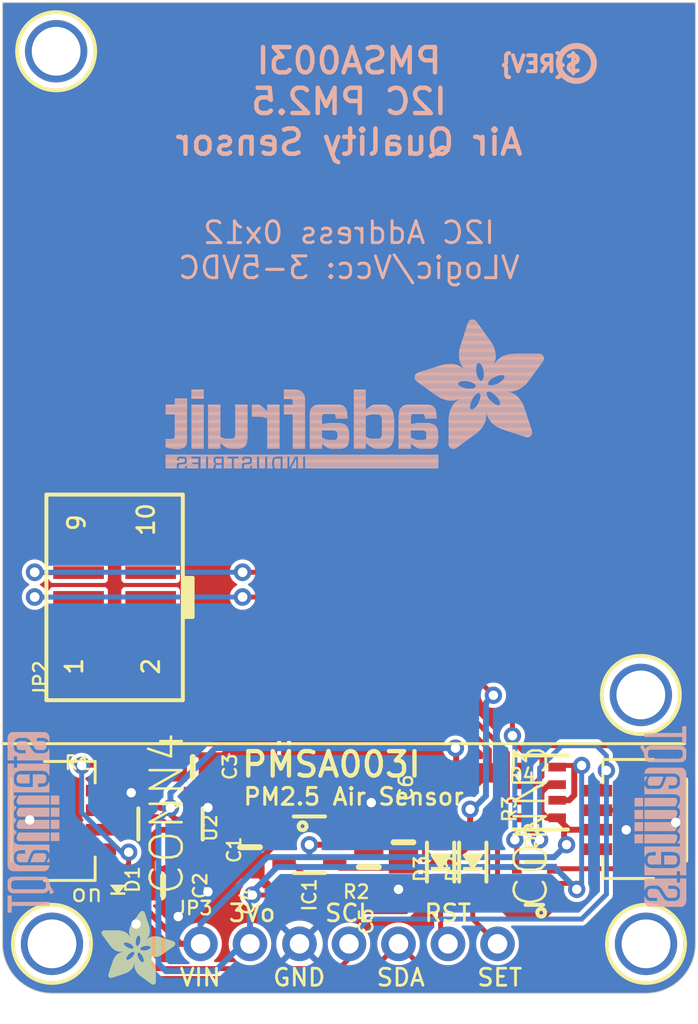
<source format=kicad_pcb>
(kicad_pcb (version 20221018) (generator pcbnew)
  (layers (0 "F.Cu" signal) (31 "B.Cu" signal) (34 "B.Paste" user) (35 "F.Paste" user) (36 "B.SilkS" user "B.Silkscreen") (37 "F.SilkS" user "F.Silkscreen") (38 "B.Mask" user) (39 "F.Mask" user) (44 "Edge.Cuts" user))
  (net 0 "")
  (net 1 "GND")
  (net 2 "SDA")
  (net 3 "SCL")
  (net 4 "SCL_3V")
  (net 5 "SDA_3V")
  (net 6 "3.3V")
  (net 7 "VCC")
  (net 8 "N$1")
  (net 9 "RESET")
  (net 10 "SET")
  (net 11 "N$2")
  (net 12 "N$3")
  (net 13 "5.0V")
  (net 14 "SET_3V")
  (net 15 "RESET_3V")
  (footprint "working:0805-NO" (layer "F.Cu") (at 151.2951 122.6566 90)
    (fp_text reference "C6")
    (fp_text value "1uF")
  )
  (footprint "working:FIDUCIAL_1MM" (layer "F.Cu") (at 163.6651 111.8476 -90)
    (fp_text reference "FID3" hide)
    (fp_text value "FIDUCIAL_1MM" hide)
  )
  (footprint "working:SOT23-6" (layer "F.Cu") (at 146.4691 122.7836 -90)
    (fp_text reference "IC1")
    (fp_text value "AP3602/RT9361")
  )
  (footprint "working:JST_SH4" (layer "F.Cu") (at 163.7411 121.5136 90)
    (fp_text reference "CONN3")
    (fp_text value "STEMMA_I2C_QT" hide)
  )
  (footprint "working:JST_SH4" (layer "F.Cu") (at 133.2611 121.5136 -90)
    (fp_text reference "CONN4")
    (fp_text value "STEMMA_I2C_QT" hide)
  )
  (footprint "working:RESPACK_4X0603" (layer "F.Cu") (at 158.3311 120.1026 90)
    (fp_text reference "R3")
    (fp_text value "10K")
  )
  (footprint "working:0805_10MGAP" (layer "F.Cu") (at 149.5171 123.9266 -90)
    (fp_text reference "C5")
    (fp_text value "10uF")
  )
  (footprint "working:0603-NO" (layer "F.Cu") (at 154.8511 119.1006)
    (fp_text reference "R4")
    (fp_text value "100K")
  )
  (footprint "working:0805-NO" (layer "F.Cu") (at 138.9621 124.8916)
    (fp_text reference "C2")
    (fp_text value "10uF")
  )
  (footprint "working:SOT23-5" (layer "F.Cu") (at 139.3431 121.7166)
    (fp_text reference "U2")
    (fp_text value "AP2112K-3.3")
  )
  (footprint "working:1X07_ROUND_70" (layer "F.Cu") (at 148.5011 127.8636)
    (fp_text reference "JP3")
    (fp_text value "")
  )
  (footprint "working:SOT363" (layer "F.Cu") (at 158.0121 124.7646 90)
    (fp_text reference "Q2")
    (fp_text value "BSS138")
  )
  (footprint "working:MOUNTINGHOLE_2.5_PLATED" (layer "F.Cu") (at 133.4751 82.1036 -90)
    (fp_text reference "U$1" hide)
    (fp_text value "MOUNTINGHOLE2.5" hide)
  )
  (footprint "working:ADAFRUIT_3.5MM" (layer "F.Cu") (at 135.7871 129.9716)
    (fp_text reference "U$22" hide)
    (fp_text value "" hide)
  )
  (footprint "working:CHIPLED_0603_NOOUTLINE" (layer "F.Cu") (at 136.6391 125.0836 180)
    (fp_text reference "D1")
    (fp_text value "GREEN")
  )
  (footprint "working:0603-NO" (layer "F.Cu") (at 137.1221 118.7056 180)
    (fp_text reference "R1")
    (fp_text value "10K")
  )
  (footprint "working:FIDUCIAL_1MM" (layer "F.Cu") (at 132.9311 86.5746 -90)
    (fp_text reference "FID4" hide)
    (fp_text value "FIDUCIAL_1MM" hide)
  )
  (footprint "working:MOUNTINGHOLE_2.5_PLATED" (layer "F.Cu") (at 163.7411 127.8636 -90)
    (fp_text reference "U$21" hide)
    (fp_text value "MOUNTINGHOLE2.5" hide)
  )
  (footprint "working:SOD-323" (layer "F.Cu") (at 153.2001 123.6726 90)
    (fp_text reference "D3")
    (fp_text value "1N4148")
  )
  (footprint "working:MOUNTINGHOLE_2.5_PLATED" (layer "F.Cu") (at 163.4751 115.1036 -90)
    (fp_text reference "U$17" hide)
    (fp_text value "MOUNTINGHOLE2.5" hide)
  )
  (footprint "working:2X05_1.27MM_SMT" (layer "F.Cu") (at 136.4751 110.1036 90)
    (fp_text reference "JP2")
    (fp_text value "")
  )
  (footprint "working:0603-NO" (layer "F.Cu") (at 141.7191 123.0516 -90)
    (fp_text reference "C1")
    (fp_text value "0.1uF")
  )
  (footprint "working:MOUNTINGHOLE_2.5_PLATED" (layer "F.Cu") (at 133.2611 127.8636 -90)
    (fp_text reference "U$19" hide)
    (fp_text value "MOUNTINGHOLE2.5" hide)
  )
  (footprint "working:0805-NO" (layer "F.Cu") (at 140.4861 118.7956)
    (fp_text reference "C3")
    (fp_text value "10uF")
  )
  (footprint "working:SOD-323" (layer "F.Cu") (at 154.8511 123.6726 90)
    (fp_text reference "D2")
    (fp_text value "1N4148")
  )
  (footprint "working:0805-NO" (layer "F.Cu") (at 143.4211 122.9106 -90)
    (fp_text reference "C4")
    (fp_text value "10uF")
  )
  (footprint "working:0603-NO" (layer "F.Cu") (at 146.0881 125.0696)
    (fp_text reference "R2")
    (fp_text value "100K")
  )
  (footprint "working:STEMMAQT" (layer "B.Cu") (at 133.6281 117.0176 -90)
    (fp_text reference "U$31" hide)
    (fp_text value "" hide)
  )
  (footprint "working:PCBFEAT-REV-040" (layer "B.Cu") (at 160.1711 82.7276 180)
    (fp_text reference "U$25" hide)
    (fp_text value "" hide)
  )
  (footprint "working:STEMMAQT" (layer "B.Cu") (at 163.1631 125.9556 90)
    (fp_text reference "U$30" hide)
    (fp_text value "" hide)
  )
  (footprint "working:ADAFRUIT_TEXT_20MM" (layer "B.Cu") (at 158.6611 103.4796 180)
    (fp_text reference "U$28" hide)
    (fp_text value "" hide)
  )
  (gr_line (start 165.7211 117.6036) (end 130.7211 117.6036) (stroke (width 0.1524)) (layer "F.SilkS"))
  (gr_line (start 130.7211 79.6036) (end 130.7211 127.8636) (stroke (width 0.05)) (layer "Edge.Cuts"))
  (gr_line (start 133.2611 130.4036) (end 163.7411 130.4036) (stroke (width 0.05)) (layer "Edge.Cuts"))
  (gr_arc (start 133.2611 130.4036) (mid 131.465049 129.659651) (end 130.7211 127.8636) (stroke (width 0.05)) (layer "Edge.Cuts"))
  (gr_line (start 166.2811 79.6036) (end 130.7211 79.6036) (stroke (width 0.05)) (layer "Edge.Cuts"))
  (gr_line (start 166.2811 127.8636) (end 166.2811 79.6036) (stroke (width 0.05)) (layer "Edge.Cuts"))
  (gr_arc (start 166.2811 127.8636) (mid 165.537151 129.659651) (end 163.7411 130.4036) (stroke (width 0.05)) (layer "Edge.Cuts"))
  (gr_text "I2C Address 0x12\nVLogic/Vcc: 3-5VDC" (at 148.5011 92.3036) (layer "B.SilkS") (effects (font (size 1.1176 1.1176) (thickness 0.1524)) (justify mirror)))
  (gr_text "PMSA003I\nI2C PM2.5\nAir Quality Sensor" (at 148.5011 84.6836) (layer "B.SilkS") (effects (font (size 1.2954 1.2954) (thickness 0.2286)) (justify mirror)))
  (gr_text "on" (at 135.9421 124.7396) (layer "F.SilkS") (effects (font (size 0.89408 0.89408) (thickness 0.12192)) (justify right top)))
  (gr_text "PM2.5 Air Sensor" (at 148.7411 120.3196) (layer "F.SilkS") (effects (font (size 0.8636 0.8636) (thickness 0.1524))))
  (gr_text "SDA" (at 151.1541 129.5906) (layer "F.SilkS") (effects (font (size 0.87376 0.87376) (thickness 0.14224))))
  (gr_text "10" (at 138.5951 107.0356 90) (layer "F.SilkS") (effects (font (size 0.87376 0.87376) (thickness 0.14224)) (justify left bottom)))
  (gr_text "2" (at 138.8491 114.1476 90) (layer "F.SilkS") (effects (font (size 0.87376 0.87376) (thickness 0.14224)) (justify left bottom)))
  (gr_text "SCL" (at 148.4871 126.2886) (layer "F.SilkS") (effects (font (size 0.87376 0.87376) (thickness 0.14224))))
  (gr_text "SET" (at 156.2341 129.5906) (layer "F.SilkS") (effects (font (size 0.87376 0.87376) (thickness 0.14224))))
  (gr_text "3Vo" (at 143.5341 126.2886) (layer "F.SilkS") (effects (font (size 0.87376 0.87376) (thickness 0.14224))))
  (gr_text "VIN" (at 140.8671 129.5906) (layer "F.SilkS") (effects (font (size 0.87376 0.87376) (thickness 0.14224))))
  (gr_text "9" (at 135.0391 106.7816 90) (layer "F.SilkS") (effects (font (size 0.87376 0.87376) (thickness 0.14224)) (justify left bottom)))
  (gr_text "PMSA003I" (at 147.5981 118.6686) (layer "F.SilkS") (effects (font (size 1.25222 1.25222) (thickness 0.22098))))
  (gr_text "1" (at 134.9121 114.1476 90) (layer "F.SilkS") (effects (font (size 0.87376 0.87376) (thickness 0.14224)) (justify left bottom)))
  (gr_text "GND" (at 145.9471 129.5906) (layer "F.SilkS") (effects (font (size 0.87376 0.87376) (thickness 0.14224))))
  (gr_text "RST" (at 153.5671 126.2886) (layer "F.SilkS") (effects (font (size 0.87376 0.87376) (thickness 0.14224))))
  (segment (start 143.6141 123.8606) (end 143.4211 123.8606) (width 0.3048) (layer "F.Cu") (net 1))
  (segment (start 145.1691 122.7836) (end 144.6911 122.7836) (width 0.3048) (layer "F.Cu") (net 1))
  (segment (start 136.6391 125.8336) (end 137.5791 126.7736) (width 0.3048) (layer "F.Cu") (net 1))
  (segment (start 139.3431 124.3226) (end 139.9121 124.8916) (width 0.3048) (layer "F.Cu") (net 1))
  (segment (start 144.6911 122.7836) (end 143.6141 123.8606) (width 0.3048) (layer "F.Cu") (net 1))
  (segment (start 139.3431 123.0167) (end 139.3431 124.3226) (width 0.3048) (layer "F.Cu") (net 1))
  (segment (start 137.5791 126.7736) (end 137.5791 126.8476) (width 0.3048) (layer "F.Cu") (net 1))
  (via (at 162.7251 122.0216) (size 0.889) (drill 0.4826) (layers "F.Cu" "B.Cu") (net 1))
  (via (at 141.2621 125.1966) (size 0.889) (drill 0.4826) (layers "F.Cu" "B.Cu") (net 1))
  (via (at 137.5791 126.8476) (size 0.889) (drill 0.4826) (layers "F.Cu" "B.Cu") (net 1))
  (via (at 132.1181 121.5136) (size 0.889) (drill 0.4826) (layers "F.Cu" "B.Cu") (net 1))
  (via (at 165.2651 121.6406) (size 0.889) (drill 0.4826) (layers "F.Cu" "B.Cu") (net 1))
  (via (at 151.0411 125.0696) (size 0.889) (drill 0.4826) (layers "F.Cu" "B.Cu") (net 1))
  (via (at 137.3251 120.1166) (size 0.889) (drill 0.4826) (layers "F.Cu" "B.Cu") (net 1))
  (via (at 149.6441 120.6246) (size 0.889) (drill 0.4826) (layers "F.Cu" "B.Cu") (net 1))
  (via (at 141.2621 120.8786) (size 0.889) (drill 0.4826) (layers "F.Cu" "B.Cu") (net 1))
  (via (at 139.7381 126.4666) (size 0.889) (drill 0.4826) (layers "F.Cu" "B.Cu") (net 1))
  (segment (start 157.4811 119.7026) (end 157.977075 119.7026) (width 0.254) (layer "F.Cu") (net 2))
  (segment (start 158.4009 117.7098) (end 158.4071 117.7036) (width 0.254) (layer "F.Cu") (net 2))
  (segment (start 162.2171 117.7036) (end 163.7411 119.2276) (width 0.254) (layer "F.Cu") (net 2))
  (segment (start 158.4009 119.278775) (end 158.4009 117.7098) (width 0.254) (layer "F.Cu") (net 2))
  (segment (start 138.3411 129.6416) (end 149.2631 129.6416) (width 0.254) (layer "F.Cu") (net 2))
  (segment (start 162.2561 125.5386) (end 162.2561 124.0146) (width 0.254) (layer "F.Cu") (net 2))
  (segment (start 158.4009 119.278775) (end 157.977075 119.7026) (width 0.254) (layer "F.Cu") (net 2))
  (segment (start 151.0411 127.8636) (end 152.3111 129.1336) (width 0.254) (layer "F.Cu") (net 2))
  (segment (start 149.2631 129.6416) (end 151.0411 127.8636) (width 0.254) (layer "F.Cu") (net 2))
  (segment (start 152.3111 129.1336) (end 158.6611 129.1336) (width 0.254) (layer "F.Cu") (net 2))
  (segment (start 134.5311 122.2756) (end 134.5311 125.8316) (width 0.254) (layer "F.Cu") (net 2))
  (segment (start 163.7411 119.2276) (end 163.7411 121.0136) (width 0.254) (layer "F.Cu") (net 2))
  (segment (start 158.6611 129.1336) (end 162.2561 125.5386) (width 0.254) (layer "F.Cu") (net 2))
  (segment (start 163.7411 122.5296) (end 162.2561 124.0146) (width 0.254) (layer "F.Cu") (net 2))
  (segment (start 158.4071 117.7036) (end 162.2171 117.7036) (width 0.254) (layer "F.Cu") (net 2))
  (segment (start 134.7931 122.0136) (end 134.5311 122.2756) (width 0.254) (layer "F.Cu") (net 2))
  (segment (start 162.2561 124.0146) (end 158.9121 124.0146) (width 0.254) (layer "F.Cu") (net 2))
  (segment (start 163.7411 121.0136) (end 163.7411 122.5296) (width 0.254) (layer "F.Cu") (net 2))
  (segment (start 134.5311 125.8316) (end 138.3411 129.6416) (width 0.254) (layer "F.Cu") (net 2))
  (segment (start 135.7751 122.0136) (end 134.7931 122.0136) (width 0.254) (layer "F.Cu") (net 2))
  (segment (start 161.2271 121.0136) (end 163.7411 121.0136) (width 0.254) (layer "F.Cu") (net 2))
  (segment (start 157.1121 125.5146) (end 156.6931 125.5146) (width 0.254) (layer "F.Cu") (net 3))
  (segment (start 156.1211 121.8946) (end 156.6131 121.4026) (width 0.254) (layer "F.Cu") (net 3))
  (segment (start 157.4811 121.7306) (end 157.4811 121.4026) (width 0.254) (layer "F.Cu") (net 3))
  (segment (start 156.6931 125.5146) (end 156.1211 124.9426) (width 0.254) (layer "F.Cu") (net 3))
  (segment (start 135.7751 123.0136) (end 135.7751 126.3136) (width 0.254) (layer "F.Cu") (net 3))
  (segment (start 135.7751 126.3136) (end 138.5951 129.1336) (width 0.254) (layer "F.Cu") (net 3))
  (segment (start 161.2271 120.0136) (end 161.7091 119.5316) (width 0.254) (layer "F.Cu") (net 3))
  (segment (start 156.6131 121.4026) (end 157.4811 121.4026) (width 0.254) (layer "F.Cu") (net 3))
  (segment (start 156.1211 124.9426) (end 156.1211 121.8946) (width 0.254) (layer "F.Cu") (net 3))
  (segment (start 138.5951 129.1336) (end 147.9931 129.1336) (width 0.254) (layer "F.Cu") (net 3))
  (segment (start 147.9931 129.1336) (end 148.5011 128.6256) (width 0.254) (layer "F.Cu") (net 3))
  (segment (start 158.2801 122.5296) (end 157.4811 121.7306) (width 0.254) (layer "F.Cu") (net 3))
  (segment (start 161.7091 119.5316) (end 161.7091 118.9736) (width 0.254) (layer "F.Cu") (net 3))
  (segment (start 148.5011 128.6256) (end 148.5011 127.8636) (width 0.254) (layer "F.Cu") (net 3))
  (via (at 161.7091 118.9736) (size 0.889) (drill 0.4826) (layers "F.Cu" "B.Cu") (net 3))
  (via (at 158.2801 122.5296) (size 0.889) (drill 0.4826) (layers "F.Cu" "B.Cu") (net 3))
  (segment (start 148.5011 127.6096) (end 149.5171 126.5936) (width 0.254) (layer "B.Cu") (net 3))
  (segment (start 148.5011 127.8636) (end 148.5011 127.6096) (width 0.254) (layer "B.Cu") (net 3))
  (segment (start 149.5171 126.5936) (end 160.4391 126.5936) (width 0.254) (layer "B.Cu") (net 3))
  (segment (start 161.2011 117.7036) (end 159.4231 117.7036) (width 0.254) (layer "B.Cu") (net 3))
  (segment (start 161.7091 118.9736) (end 161.7091 118.2116) (width 0.254) (layer "B.Cu") (net 3))
  (segment (start 161.7091 125.3236) (end 161.7091 118.9736) (width 0.254) (layer "B.Cu") (net 3))
  (segment (start 159.4231 117.7036) (end 158.2801 118.8466) (width 0.254) (layer "B.Cu") (net 3))
  (segment (start 158.2801 118.8466) (end 158.2801 122.5296) (width 0.254) (layer "B.Cu") (net 3))
  (segment (start 161.7091 118.2116) (end 161.2011 117.7036) (width 0.254) (layer "B.Cu") (net 3))
  (segment (start 160.4391 126.5936) (end 161.7091 125.3236) (width 0.254) (layer "B.Cu") (net 3))
  (segment (start 156.3801 120.5026) (end 156.6291 120.5026) (width 0.254) (layer "F.Cu") (net 4))
  (segment (start 158.6611 126.3396) (end 156.6291 126.3396) (width 0.254) (layer "F.Cu") (net 4))
  (segment (start 156.6291 118.0846) (end 156.6291 120.5026) (width 0.254) (layer "F.Cu") (net 4))
  (segment (start 156.6291 120.5026) (end 157.4811 120.5026) (width 0.254) (layer "F.Cu") (net 4))
  (segment (start 155.6181 121.2646) (end 156.3801 120.5026) (width 0.254) (layer "F.Cu") (net 4))
  (segment (start 158.9121 126.0886) (end 158.6611 126.3396) (width 0.254) (layer "F.Cu") (net 4))
  (segment (start 143.0401 108.8136) (end 147.3581 108.8136) (width 0.254) (layer "F.Cu") (net 4))
  (segment (start 155.6181 125.3286) (end 155.6181 121.2646) (width 0.254) (layer "F.Cu") (net 4))
  (segment (start 158.9121 125.5146) (end 158.9121 126.0886) (width 0.254) (layer "F.Cu") (net 4))
  (segment (start 134.6251 108.8336) (end 132.3921 108.8336) (width 0.254) (layer "F.Cu") (net 4))
  (segment (start 156.6291 126.3396) (end 155.6181 125.3286) (width 0.254) (layer "F.Cu") (net 4))
  (segment (start 147.3581 108.8136) (end 156.6291 118.0846) (width 0.254) (layer "F.Cu") (net 4))
  (segment (start 132.3921 108.8336) (end 132.3721 108.8136) (width 0.254) (layer "F.Cu") (net 4))
  (via (at 143.0401 108.8136) (size 0.9064) (drill 0.5) (layers "F.Cu" "B.Cu") (net 4))
  (via (at 132.3721 108.8136) (size 0.9064) (drill 0.5) (layers "F.Cu" "B.Cu") (net 4))
  (segment (start 132.3721 108.8136) (end 143.0401 108.8136) (width 0.254) (layer "B.Cu") (net 4))
  (segment (start 156.8866 117.1921) (end 156.8866 117.4461) (width 0.254) (layer "F.Cu") (net 5))
  (segment (start 150.0251 106.6546) (end 135.5341 106.6546) (width 0.254) (layer "F.Cu") (net 5))
  (segment (start 135.5341 106.6546) (end 134.6251 107.5636) (width 0.254) (layer "F.Cu") (net 5))
  (segment (start 157.4811 118.8026) (end 157.4811 118.0406) (width 0.254) (layer "F.Cu") (net 5))
  (segment (start 157.1121 122.6316) (end 157.0101 122.5296) (width 0.254) (layer "F.Cu") (net 5))
  (segment (start 156.8866 113.5161) (end 150.0251 106.6546) (width 0.254) (layer "F.Cu") (net 5))
  (segment (start 156.8866 117.1921) (end 156.8866 113.5161) (width 0.254) (layer "F.Cu") (net 5))
  (segment (start 157.1121 124.0146) (end 157.1121 122.6316) (width 0.254) (layer "F.Cu") (net 5))
  (segment (start 157.4811 118.0406) (end 156.8866 117.4461) (width 0.254) (layer "F.Cu") (net 5))
  (via (at 156.8866 117.1921) (size 0.889) (drill 0.4826) (layers "F.Cu" "B.Cu") (net 5))
  (via (at 157.0101 122.5296) (size 0.889) (drill 0.4826) (layers "F.Cu" "B.Cu") (net 5))
  (segment (start 157.0101 117.3156) (end 157.0101 122.5296) (width 0.254) (layer "B.Cu") (net 5))
  (segment (start 156.8866 117.1921) (end 157.0101 117.3156) (width 0.254) (layer "B.Cu") (net 5))
  (segment (start 154.0011 119.1006) (end 154.0011 117.8696) (width 0.3048) (layer "F.Cu") (net 6))
  (segment (start 138.3931 120.4165) (end 138.3931 120.457088) (width 0.3048) (layer "F.Cu") (net 6))
  (segment (start 159.8801 124.7646) (end 158.9121 124.7646) (width 0.254) (layer "F.Cu") (net 6))
  (segment (start 158.9121 124.7646) (end 157.1121 124.7646) (width 0.254) (layer "F.Cu") (net 6))
  (segment (start 141.7191 122.0216) (end 141.7191 122.2016) (width 0.3048) (layer "F.Cu") (net 6))
  (segment (start 139.339856 120.895844) (end 138.831856 120.895844) (width 0.3048) (layer "F.Cu") (net 6))
  (segment (start 159.1811 118.8346) (end 159.2961 118.7196) (width 0.254) (layer "F.Cu") (net 6))
  (segment (start 139.5361 119.1006) (end 139.5361 118.7956) (width 0.3048) (layer "F.Cu") (net 6))
  (segment (start 138.3931 120.2436) (end 139.5361 119.1006) (width 0.3048) (layer "F.Cu") (net 6))
  (segment (start 160.1851 125.0696) (end 159.8801 124.7646) (width 0.254) (layer "F.Cu") (net 6))
  (segment (start 154.0011 117.8696) (end 153.9621 117.8306) (width 0.3048) (layer "F.Cu") (net 6))
  (segment (start 139.4461 118.7056) (end 139.5361 118.7956) (width 0.254) (layer "F.Cu") (net 6))
  (segment (start 145.2381 125.0696) (end 144.946 125.3617) (width 0.254) (layer "F.Cu") (net 6))
  (segment (start 159.1811 120.5026) (end 159.7991 120.5026) (width 0.3048) (layer "F.Cu") (net 6))
  (segment (start 137.9721 118.7056) (end 139.4461 118.7056) (width 0.254) (layer "F.Cu") (net 6))
  (segment (start 140.7396 121.4991) (end 141.2621 122.0216) (width 0.3048) (layer "F.Cu") (net 6))
  (segment (start 138.3931 120.4165) (end 138.3931 120.2436) (width 0.3048) (layer "F.Cu") (net 6))
  (segment (start 139.339856 120.895844) (end 139.339856 121.22215) (width 0.3048) (layer "F.Cu") (net 6))
  (segment (start 160.0581 120.2436) (end 160.0581 118.7196) (width 0.3048) (layer "F.Cu") (net 6))
  (segment (start 138.831856 120.895844) (end 138.3931 120.457088) (width 0.3048) (layer "F.Cu") (net 6))
  (segment (start 144.946 125.3617) (end 143.5481 125.3617) (width 0.254) (layer "F.Cu") (net 6))
  (segment (start 139.339856 121.22215) (end 139.616806 121.4991) (width 0.3048) (layer "F.Cu") (net 6))
  (segment (start 159.7991 120.5026) (end 160.0581 120.2436) (width 0.3048) (layer "F.Cu") (net 6))
  (segment (start 159.2961 118.7196) (end 160.0581 118.7196) (width 0.254) (layer "F.Cu") (net 6))
  (segment (start 141.2621 122.0216) (end 141.7191 122.0216) (width 0.3048) (layer "F.Cu") (net 6))
  (segment (start 160.0581 118.7196) (end 160.4391 118.7196) (width 0.254) (layer "F.Cu") (net 6))
  (segment (start 159.1811 118.8026) (end 159.1811 118.8346) (width 0.254) (layer "F.Cu") (net 6))
  (segment (start 139.616806 121.4991) (end 140.7396 121.4991) (width 0.3048) (layer "F.Cu") (net 6))
  (via (at 153.9621 117.8306) (size 0.889) (drill 0.4826) (layers "F.Cu" "B.Cu") (net 6))
  (via (at 160.4391 118.7196) (size 0.889) (drill 0.4826) (layers "F.Cu" "B.Cu") (net 6))
  (via (at 143.5481 125.3617) (size 0.889) (drill 0.4826) (layers "F.Cu" "B.Cu") (net 6))
  (via (at 160.1851 125.0696) (size 0.889) (drill 0.4826) (layers "F.Cu" "B.Cu") (net 6))
  (via (at 139.339856 120.895844) (size 0.889) (drill 0.4826) (layers "F.Cu" "B.Cu") (net 6))
  (segment (start 143.0401 127.8636) (end 141.6431 129.2606) (width 0.3048) (layer "B.Cu") (net 6))
  (segment (start 138.7221 121.5136) (end 138.7221 128.8796) (width 0.3048) (layer "B.Cu") (net 6))
  (segment (start 143.4846 125.2601) (end 144.8181 123.9266) (width 0.3048) (layer "B.Cu") (net 6))
  (segment (start 139.1031 129.2606) (end 141.6431 129.2606) (width 0.3048) (layer "B.Cu") (net 6))
  (segment (start 138.7221 128.8796) (end 139.1031 129.2606) (width 0.3048) (layer "B.Cu") (net 6))
  (segment (start 139.33984 120.13386) (end 139.33984 120.895829) (width 0.3048) (layer "B.Cu") (net 6))
  (segment (start 139.339856 120.895844) (end 138.7221 121.5136) (width 0.3048) (layer "B.Cu") (net 6))
  (segment (start 139.33984 120.895829) (end 139.339856 120.895844) (width 0.3048) (layer "B.Cu") (net 6))
  (segment (start 143.5481 125.3236) (end 143.4846 125.2601) (width 0.254) (layer "B.Cu") (net 6))
  (segment (start 153.9621 117.8306) (end 141.6431 117.8306) (width 0.3048) (layer "B.Cu") (net 6))
  (segment (start 160.4391 118.7196) (end 160.4391 124.8156) (width 0.254) (layer "B.Cu") (net 6))
  (segment (start 143.4211 125.3236) (end 143.4846 125.2601) (width 0.3048) (layer "B.Cu") (net 6))
  (segment (start 160.4391 124.8156) (end 160.1851 125.0696) (width 0.254) (layer "B.Cu") (net 6))
  (segment (start 143.4211 127.8636) (end 143.4211 125.3236) (width 0.3048) (layer "B.Cu") (net 6))
  (segment (start 143.5481 125.3617) (end 143.5481 125.3236) (width 0.254) (layer "B.Cu") (net 6))
  (segment (start 159.0421 123.9266) (end 144.8181 123.9266) (width 0.3048) (layer "B.Cu") (net 6))
  (segment (start 143.4211 127.8636) (end 143.0401 127.8636) (width 0.3048) (layer "B.Cu") (net 6))
  (segment (start 141.6431 117.8306) (end 139.33984 120.13386) (width 0.3048) (layer "B.Cu") (net 6))
  (segment (start 159.0421 123.9266) (end 160.1851 125.0696) (width 0.3048) (layer "B.Cu") (net 6))
  (segment (start 140.2931 122.0216) (end 138.7221 122.0216) (width 0.3048) (layer "F.Cu") (net 7))
  (segment (start 138.0121 126.0106) (end 139.8651 127.8636) (width 0.3048) (layer "F.Cu") (net 7))
  (segment (start 159.5381 122.6573) (end 159.6644 122.7836) (width 0.3048) (layer "F.Cu") (net 7))
  (segment (start 147.7691 122.7836) (end 146.4691 122.7836) (width 0.3048) (layer "F.Cu") (net 7))
  (segment (start 138.3931 122.4886) (end 136.9181 121.0136) (width 0.3048) (layer "F.Cu") (net 7))
  (segment (start 149.4241 122.7836) (end 149.5171 122.8766) (width 0.3048) (layer "F.Cu") (net 7))
  (segment (start 159.1811 121.4026) (end 159.7921 122.0136) (width 0.3048) (layer "F.Cu") (net 7))
  (segment (start 138.3931 122.3506) (end 138.3931 123.0167) (width 0.3048) (layer "F.Cu") (net 7))
  (segment (start 138.0121 124.8916) (end 138.0121 126.0106) (width 0.3048) (layer "F.Cu") (net 7))
  (segment (start 159.7921 122.0136) (end 159.5381 122.0136) (width 0.3048) (layer "F.Cu") (net 7))
  (segment (start 158.649206 121.4026) (end 159.1811 121.4026) (width 0.3048) (layer "F.Cu") (net 7))
  (segment (start 161.2271 122.0136) (end 159.7921 122.0136) (width 0.3048) (layer "F.Cu") (net 7))
  (segment (start 158.3755 121.128894) (end 158.649206 121.4026) (width 0.3048) (layer "F.Cu") (net 7))
  (segment (start 138.3931 124.5106) (end 138.3931 123.0167) (width 0.3048) (layer "F.Cu") (net 7))
  (segment (start 158.3755 120.0836) (end 158.3755 121.128894) (width 0.3048) (layer "F.Cu") (net 7))
  (segment (start 139.8651 127.8636) (end 140.8811 127.8636) (width 0.3048) (layer "F.Cu") (net 7))
  (segment (start 138.3931 123.0167) (end 138.3931 122.4886) (width 0.3048) (layer "F.Cu") (net 7))
  (segment (start 138.0121 124.8916) (end 138.3931 124.5106) (width 0.3048) (layer "F.Cu") (net 7))
  (segment (start 159.1811 119.7026) (end 158.7565 119.7026) (width 0.3048) (layer "F.Cu") (net 7))
  (segment (start 138.7221 122.0216) (end 138.3931 122.3506) (width 0.3048) (layer "F.Cu") (net 7))
  (segment (start 158.7565 119.7026) (end 158.3755 120.0836) (width 0.3048) (layer "F.Cu") (net 7))
  (segment (start 140.2931 123.0167) (end 140.2931 122.0216) (width 0.3048) (layer "F.Cu") (net 7))
  (segment (start 147.7691 122.7836) (end 149.4241 122.7836) (width 0.3048) (layer "F.Cu") (net 7))
  (segment (start 135.7751 121.0136) (end 136.9181 121.0136) (width 0.3048) (layer "F.Cu") (net 7))
  (segment (start 159.5381 122.0136) (end 159.5381 122.6573) (width 0.3048) (layer "F.Cu") (net 7))
  (via (at 159.6644 122.7836) (size 0.889) (drill 0.4826) (layers "F.Cu" "B.Cu") (net 7))
  (via (at 146.4691 122.7836) (size 0.889) (drill 0.4826) (layers "F.Cu" "B.Cu") (net 7))
  (segment (start 140.8811 126.8476) (end 140.8811 127.8636) (width 0.3048) (layer "B.Cu") (net 7))
  (segment (start 146.4691 122.7836) (end 146.4691 123.4186) (width 0.3048) (layer "B.Cu") (net 7))
  (segment (start 144.3101 123.4186) (end 140.8811 126.8476) (width 0.3048) (layer "B.Cu") (net 7))
  (segment (start 159.0294 123.4186) (end 146.4691 123.4186) (width 0.3048) (layer "B.Cu") (net 7))
  (segment (start 159.6644 122.7836) (end 159.0294 123.4186) (width 0.3048) (layer "B.Cu") (net 7))
  (segment (start 146.4691 123.4186) (end 144.3101 123.4186) (width 0.3048) (layer "B.Cu") (net 7))
  (segment (start 134.7991 118.7056) (end 134.7851 118.7196) (width 0.254) (layer "F.Cu") (net 8))
  (segment (start 137.1981 123.1646) (end 137.1981 123.7746) (width 0.254) (layer "F.Cu") (net 8))
  (segment (start 137.1981 123.7746) (end 136.6391 124.3336) (width 0.254) (layer "F.Cu") (net 8))
  (segment (start 136.2721 118.7056) (end 134.7991 118.7056) (width 0.254) (layer "F.Cu") (net 8))
  (via (at 134.7851 118.7196) (size 0.889) (drill 0.4826) (layers "F.Cu" "B.Cu") (net 8))
  (via (at 137.1981 123.1646) (size 0.889) (drill 0.4826) (layers "F.Cu" "B.Cu") (net 8))
  (segment (start 136.8171 123.1646) (end 137.1981 123.1646) (width 0.254) (layer "B.Cu") (net 8))
  (segment (start 134.7851 118.7196) (end 134.7851 121.1326) (width 0.254) (layer "B.Cu") (net 8))
  (segment (start 134.7851 121.1326) (end 136.8171 123.1646) (width 0.254) (layer "B.Cu") (net 8))
  (segment (start 153.2001 127.4826) (end 153.5811 127.8636) (width 0.254) (layer "F.Cu") (net 9))
  (segment (start 153.2001 124.9426) (end 153.2001 127.4826) (width 0.254) (layer "F.Cu") (net 9))
  (segment (start 154.8511 124.9426) (end 154.8511 126.5936) (width 0.254) (layer "F.Cu") (net 10))
  (segment (start 154.8511 126.5936) (end 156.1211 127.8636) (width 0.254) (layer "F.Cu") (net 10))
  (segment (start 151.2951 121.7066) (end 147.8961 121.7066) (width 0.3048) (layer "F.Cu") (net 11))
  (segment (start 147.7691 121.8336) (end 147.8961 121.7066) (width 0.3048) (layer "F.Cu") (net 11))
  (segment (start 150.9141 123.9876) (end 151.2951 123.6066) (width 0.254) (layer "F.Cu") (net 12))
  (segment (start 147.7691 123.7336) (end 148.0231 123.9876) (width 0.254) (layer "F.Cu") (net 12))
  (segment (start 150.9141 123.9876) (end 148.0231 123.9876) (width 0.254) (layer "F.Cu") (net 12))
  (segment (start 138.3251 112.6436) (end 138.6151 112.6436) (width 0.254) (layer "F.Cu") (net 13))
  (segment (start 138.8491 112.8776) (end 138.5591 112.8776) (width 0.254) (layer "F.Cu") (net 13))
  (segment (start 143.5481 121.8336) (end 143.4211 121.9606) (width 0.3048) (layer "F.Cu") (net 13))
  (segment (start 145.1691 121.8336) (end 145.1691 116.9116) (width 0.3048) (layer "F.Cu") (net 13))
  (segment (start 145.1691 116.9116) (end 140.9011 112.6436) (width 0.3048) (layer "F.Cu") (net 13))
  (segment (start 134.6251 112.6436) (end 138.3251 112.6436) (width 0.254) (layer "F.Cu") (net 13))
  (segment (start 138.6151 112.6436) (end 138.8491 112.8776) (width 0.254) (layer "F.Cu") (net 13))
  (segment (start 145.1691 121.8336) (end 143.5481 121.8336) (width 0.3048) (layer "F.Cu") (net 13))
  (segment (start 138.5591 112.8776) (end 138.3251 112.6436) (width 0.254) (layer "F.Cu") (net 13))
  (segment (start 140.9011 112.6436) (end 138.3251 112.6436) (width 0.254) (layer "F.Cu") (net 13))
  (segment (start 146.9381 125.0696) (end 148.0811 126.2126) (width 0.254) (layer "F.Cu") (net 14))
  (segment (start 151.4221 126.2126) (end 152.4381 125.1966) (width 0.254) (layer "F.Cu") (net 14))
  (segment (start 152.4381 124.0536) (end 152.8191 123.6726) (width 0.254) (layer "F.Cu") (net 14))
  (segment (start 138.3251 107.5636) (end 148.353693 107.5636) (width 0.254) (layer "F.Cu") (net 14))
  (segment (start 154.8511 122.6566) (end 154.8511 122.4026) (width 0.254) (layer "F.Cu") (net 14))
  (segment (start 148.0811 126.2126) (end 151.4221 126.2126) (width 0.254) (layer "F.Cu") (net 14))
  (segment (start 154.8511 122.4026) (end 154.7164 122.2679) (width 0.3048) (layer "F.Cu") (net 14))
  (segment (start 154.7164 122.2679) (end 154.7164 120.965894) (width 0.3048) (layer "F.Cu") (net 14))
  (segment (start 145.1691 123.7336) (end 145.6021 123.7336) (width 0.254) (layer "F.Cu") (net 14))
  (segment (start 152.8191 123.6726) (end 153.8351 123.6726) (width 0.254) (layer "F.Cu") (net 14))
  (segment (start 145.6021 123.7336) (end 146.9381 125.0696) (width 0.254) (layer "F.Cu") (net 14))
  (segment (start 148.353693 107.5636) (end 155.910396 115.120304) (width 0.254) (layer "F.Cu") (net 14))
  (segment (start 153.8351 123.6726) (end 154.8511 122.6566) (width 0.254) (layer "F.Cu") (net 14))
  (segment (start 152.4381 125.1966) (end 152.4381 124.0536) (width 0.254) (layer "F.Cu") (net 14))
  (via (at 154.7164 120.965894) (size 0.889) (drill 0.4826) (layers "F.Cu" "B.Cu") (net 14))
  (via (at 155.910396 115.120304) (size 0.889) (drill 0.4826) (layers "F.Cu" "B.Cu") (net 14))
  (segment (start 155.910396 115.120304) (end 155.529396 115.501304) (width 0.3048) (layer "B.Cu") (net 14))
  (segment (start 155.529396 120.279897) (end 154.8434 120.965894) (width 0.3048) (layer "B.Cu") (net 14))
  (segment (start 154.8434 120.965894) (end 154.7164 120.965894) (width 0.3048) (layer "B.Cu") (net 14))
  (segment (start 155.529396 115.501304) (end 155.529396 120.279897) (width 0.3048) (layer "B.Cu") (net 14))
  (segment (start 134.6051 110.0836) (end 134.6251 110.1036) (width 0.254) (layer "F.Cu") (net 15))
  (segment (start 153.2001 122.4026) (end 153.0731 122.2756) (width 0.254) (layer "F.Cu") (net 15))
  (segment (start 132.3721 110.0836) (end 134.6051 110.0836) (width 0.254) (layer "F.Cu") (net 15))
  (segment (start 155.7011 117.9186) (end 147.8661 110.0836) (width 0.254) (layer "F.Cu") (net 15))
  (segment (start 155.7011 119.1006) (end 154.6851 120.1166) (width 0.254) (layer "F.Cu") (net 15))
  (segment (start 155.7011 119.1006) (end 155.7011 117.9186) (width 0.254) (layer "F.Cu") (net 15))
  (segment (start 153.0731 120.7516) (end 153.0731 122.2756) (width 0.254) (layer "F.Cu") (net 15))
  (segment (start 154.6851 120.1166) (end 153.7081 120.1166) (width 0.254) (layer "F.Cu") (net 15))
  (segment (start 147.8661 110.0836) (end 143.0401 110.0836) (width 0.254) (layer "F.Cu") (net 15))
  (segment (start 153.7081 120.1166) (end 153.0731 120.7516) (width 0.254) (layer "F.Cu") (net 15))
  (via (at 143.0401 110.0836) (size 0.9064) (drill 0.5) (layers "F.Cu" "B.Cu") (net 15))
  (via (at 132.3721 110.0836) (size 0.9064) (drill 0.5) (layers "F.Cu" "B.Cu") (net 15))
  (segment (start 143.0401 110.0836) (end 132.3721 110.0836) (width 0.254) (layer "B.Cu") (net 15))
  (zone (net 1) (net_name "GND") (layer "F.Cu") (priority 6) (connect_pads (clearance 0.000001)) (min_thickness 0.127) (fill yes (thermal_gap 0.304) (thermal_bridge_width 0.304))
    (polygon (pts (xy 166.4081 130.5306) (xy 130.5941 130.5306) (xy 130.5941 79.4766) (xy 166.4081 79.4766)))
  )
  (zone (net 1) (net_name "GND") (layer "B.Cu") (priority 6) (connect_pads (clearance 0.000001)) (min_thickness 0.127) (fill yes (thermal_gap 0.304) (thermal_bridge_width 0.304))
    (polygon (pts (xy 166.4081 130.5306) (xy 130.5941 130.5306) (xy 130.5941 79.4766) (xy 166.4081 79.4766)))
  )
)
</source>
